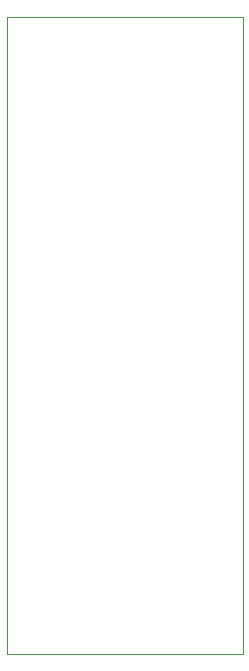
<source format=gbr>
%TF.GenerationSoftware,KiCad,Pcbnew,7.0.10*%
%TF.CreationDate,2024-01-31T14:07:58+01:00*%
%TF.ProjectId,Switch_PCB_ESP01,53776974-6368-45f5-9043-425f45535030,rev?*%
%TF.SameCoordinates,Original*%
%TF.FileFunction,Profile,NP*%
%FSLAX46Y46*%
G04 Gerber Fmt 4.6, Leading zero omitted, Abs format (unit mm)*
G04 Created by KiCad (PCBNEW 7.0.10) date 2024-01-31 14:07:58*
%MOMM*%
%LPD*%
G01*
G04 APERTURE LIST*
%TA.AperFunction,Profile*%
%ADD10C,0.100000*%
%TD*%
G04 APERTURE END LIST*
D10*
X100000000Y-97000000D02*
X120000000Y-97000000D01*
X120000000Y-151000000D01*
X100000000Y-151000000D01*
X100000000Y-97000000D01*
M02*

</source>
